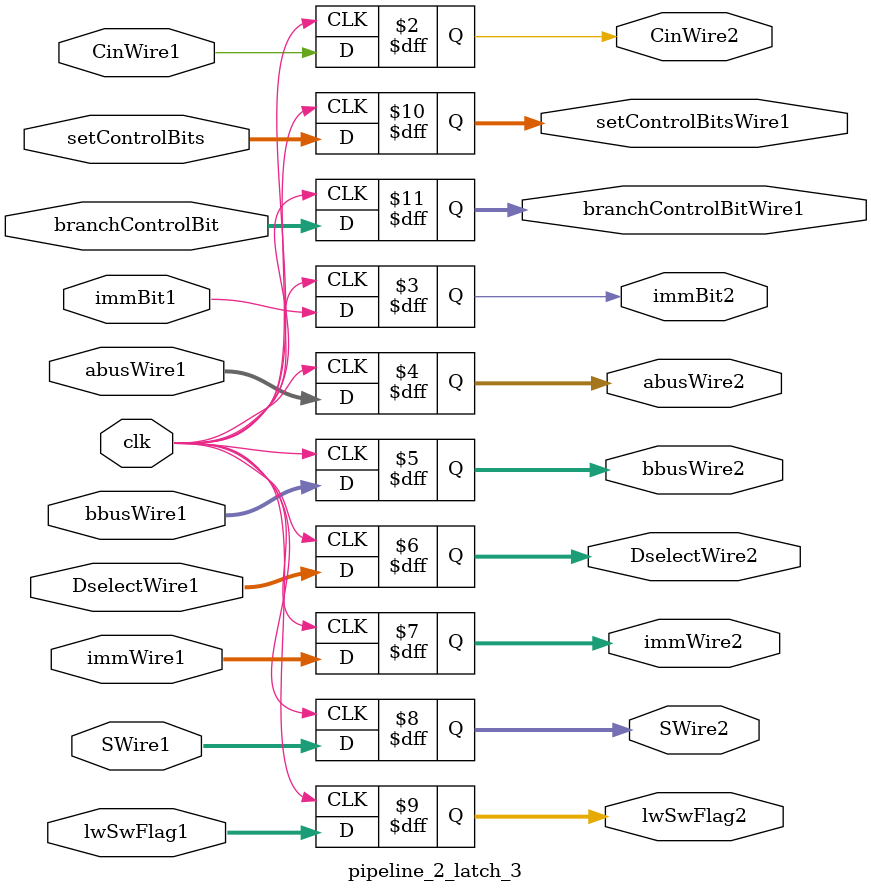
<source format=v>
module pipeline_2_latch_3(clk, abusWire1, bbusWire1, DselectWire1, immWire1, SWire1, CinWire1,immBit1,lwSwFlag1,
abusWire2,bbusWire2,immWire2,SWire2,CinWire2,DselectWire2,immBit2,lwSwFlag2,setControlBits,setControlBitsWire1,
branchControlBit,branchControlBitWire1);
  input clk, CinWire1,immBit1;
  input [31:0] abusWire1, bbusWire1, DselectWire1, immWire1;
  input [2:0] SWire1;
  input [1:0] lwSwFlag1;
  input [1:0] setControlBits;
  input [1:0] branchControlBit;
  output CinWire2,immBit2;
  output [31:0] abusWire2, bbusWire2, DselectWire2, immWire2;
  output [2:0] SWire2;
  output [1:0] lwSwFlag2;
  output [1:0] setControlBitsWire1;
  output [1:0] branchControlBitWire1;
  reg CinWire2,immBit2;
  reg [31:0] abusWire2, bbusWire2, DselectWire2, immWire2;
  reg [2:0] SWire2;
  reg [1:0] lwSwFlag2;
  reg [1:0] setControlBitsWire1;
  reg [1:0] branchControlBitWire1;
  always @(posedge clk) begin
    abusWire2 = abusWire1;
    bbusWire2 = bbusWire1;
    DselectWire2 = DselectWire1;
    immWire2 = immWire1;
    SWire2 = SWire1;
    CinWire2 = CinWire1;
    immBit2 = immBit1;
    lwSwFlag2 = lwSwFlag1;
    setControlBitsWire1 = setControlBits;
    branchControlBitWire1 = branchControlBit;
  end
endmodule
</source>
